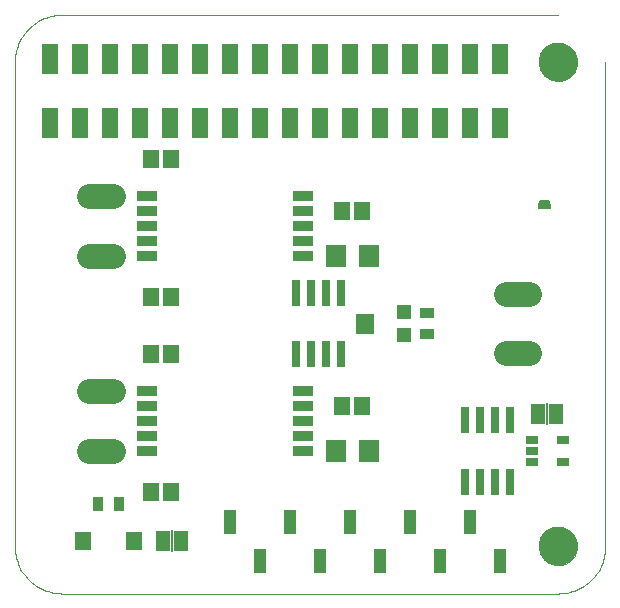
<source format=gts>
G75*
G70*
%OFA0B0*%
%FSLAX24Y24*%
%IPPOS*%
%LPD*%
%AMOC8*
5,1,8,0,0,1.08239X$1,22.5*
%
%ADD10R,0.0540X0.1040*%
%ADD11R,0.0434X0.0827*%
%ADD12C,0.0000*%
%ADD13C,0.1300*%
%ADD14R,0.0430X0.0312*%
%ADD15R,0.0280X0.0910*%
%ADD16R,0.0500X0.0670*%
%ADD17R,0.0060X0.0720*%
%ADD18R,0.0690X0.0327*%
%ADD19R,0.0552X0.0631*%
%ADD20R,0.0540X0.0619*%
%ADD21R,0.0670X0.0749*%
%ADD22R,0.0355X0.0512*%
%ADD23C,0.0820*%
%ADD24R,0.0512X0.0512*%
%ADD25R,0.0631X0.0670*%
%ADD26R,0.0512X0.0355*%
%ADD27C,0.0001*%
D10*
X006607Y016175D03*
X007607Y016175D03*
X008607Y016175D03*
X009607Y016175D03*
X010607Y016175D03*
X011607Y016175D03*
X012607Y016175D03*
X013607Y016175D03*
X014607Y016175D03*
X015607Y016175D03*
X016607Y016175D03*
X017607Y016175D03*
X018607Y016175D03*
X019607Y016175D03*
X020607Y016175D03*
X021607Y016175D03*
X021607Y018325D03*
X020607Y018325D03*
X019607Y018325D03*
X018607Y018325D03*
X017607Y018325D03*
X016607Y018325D03*
X015607Y018325D03*
X014607Y018325D03*
X013607Y018325D03*
X012607Y018325D03*
X011607Y018325D03*
X010607Y018325D03*
X009607Y018325D03*
X008607Y018325D03*
X007607Y018325D03*
X006607Y018325D03*
D11*
X012607Y002900D03*
X014607Y002900D03*
X013607Y001600D03*
X015607Y001600D03*
X017607Y001600D03*
X016607Y002900D03*
X018607Y002900D03*
X020607Y002900D03*
X019607Y001600D03*
X021607Y001600D03*
D12*
X005418Y002075D02*
X005418Y018217D01*
X005420Y018294D01*
X005426Y018371D01*
X005435Y018448D01*
X005448Y018524D01*
X005465Y018600D01*
X005486Y018674D01*
X005510Y018748D01*
X005538Y018820D01*
X005569Y018890D01*
X005604Y018959D01*
X005642Y019027D01*
X005683Y019092D01*
X005728Y019155D01*
X005776Y019216D01*
X005826Y019275D01*
X005879Y019331D01*
X005935Y019384D01*
X005994Y019434D01*
X006055Y019482D01*
X006118Y019527D01*
X006183Y019568D01*
X006251Y019606D01*
X006320Y019641D01*
X006390Y019672D01*
X006462Y019700D01*
X006536Y019724D01*
X006610Y019745D01*
X006686Y019762D01*
X006762Y019775D01*
X006839Y019784D01*
X006916Y019790D01*
X006993Y019792D01*
X006993Y019791D02*
X023528Y019791D01*
X022898Y018217D02*
X022900Y018267D01*
X022906Y018317D01*
X022916Y018366D01*
X022930Y018414D01*
X022947Y018461D01*
X022968Y018506D01*
X022993Y018550D01*
X023021Y018591D01*
X023053Y018630D01*
X023087Y018667D01*
X023124Y018701D01*
X023164Y018731D01*
X023206Y018758D01*
X023250Y018782D01*
X023296Y018803D01*
X023343Y018819D01*
X023391Y018832D01*
X023441Y018841D01*
X023490Y018846D01*
X023541Y018847D01*
X023591Y018844D01*
X023640Y018837D01*
X023689Y018826D01*
X023737Y018811D01*
X023783Y018793D01*
X023828Y018771D01*
X023871Y018745D01*
X023912Y018716D01*
X023951Y018684D01*
X023987Y018649D01*
X024019Y018611D01*
X024049Y018571D01*
X024076Y018528D01*
X024099Y018484D01*
X024118Y018438D01*
X024134Y018390D01*
X024146Y018341D01*
X024154Y018292D01*
X024158Y018242D01*
X024158Y018192D01*
X024154Y018142D01*
X024146Y018093D01*
X024134Y018044D01*
X024118Y017996D01*
X024099Y017950D01*
X024076Y017906D01*
X024049Y017863D01*
X024019Y017823D01*
X023987Y017785D01*
X023951Y017750D01*
X023912Y017718D01*
X023871Y017689D01*
X023828Y017663D01*
X023783Y017641D01*
X023737Y017623D01*
X023689Y017608D01*
X023640Y017597D01*
X023591Y017590D01*
X023541Y017587D01*
X023490Y017588D01*
X023441Y017593D01*
X023391Y017602D01*
X023343Y017615D01*
X023296Y017631D01*
X023250Y017652D01*
X023206Y017676D01*
X023164Y017703D01*
X023124Y017733D01*
X023087Y017767D01*
X023053Y017804D01*
X023021Y017843D01*
X022993Y017884D01*
X022968Y017928D01*
X022947Y017973D01*
X022930Y018020D01*
X022916Y018068D01*
X022906Y018117D01*
X022900Y018167D01*
X022898Y018217D01*
X025103Y018217D02*
X025103Y002075D01*
X022898Y002075D02*
X022900Y002125D01*
X022906Y002175D01*
X022916Y002224D01*
X022930Y002272D01*
X022947Y002319D01*
X022968Y002364D01*
X022993Y002408D01*
X023021Y002449D01*
X023053Y002488D01*
X023087Y002525D01*
X023124Y002559D01*
X023164Y002589D01*
X023206Y002616D01*
X023250Y002640D01*
X023296Y002661D01*
X023343Y002677D01*
X023391Y002690D01*
X023441Y002699D01*
X023490Y002704D01*
X023541Y002705D01*
X023591Y002702D01*
X023640Y002695D01*
X023689Y002684D01*
X023737Y002669D01*
X023783Y002651D01*
X023828Y002629D01*
X023871Y002603D01*
X023912Y002574D01*
X023951Y002542D01*
X023987Y002507D01*
X024019Y002469D01*
X024049Y002429D01*
X024076Y002386D01*
X024099Y002342D01*
X024118Y002296D01*
X024134Y002248D01*
X024146Y002199D01*
X024154Y002150D01*
X024158Y002100D01*
X024158Y002050D01*
X024154Y002000D01*
X024146Y001951D01*
X024134Y001902D01*
X024118Y001854D01*
X024099Y001808D01*
X024076Y001764D01*
X024049Y001721D01*
X024019Y001681D01*
X023987Y001643D01*
X023951Y001608D01*
X023912Y001576D01*
X023871Y001547D01*
X023828Y001521D01*
X023783Y001499D01*
X023737Y001481D01*
X023689Y001466D01*
X023640Y001455D01*
X023591Y001448D01*
X023541Y001445D01*
X023490Y001446D01*
X023441Y001451D01*
X023391Y001460D01*
X023343Y001473D01*
X023296Y001489D01*
X023250Y001510D01*
X023206Y001534D01*
X023164Y001561D01*
X023124Y001591D01*
X023087Y001625D01*
X023053Y001662D01*
X023021Y001701D01*
X022993Y001742D01*
X022968Y001786D01*
X022947Y001831D01*
X022930Y001878D01*
X022916Y001926D01*
X022906Y001975D01*
X022900Y002025D01*
X022898Y002075D01*
X023528Y000500D02*
X023605Y000502D01*
X023682Y000508D01*
X023759Y000517D01*
X023835Y000530D01*
X023911Y000547D01*
X023985Y000568D01*
X024059Y000592D01*
X024131Y000620D01*
X024201Y000651D01*
X024270Y000686D01*
X024338Y000724D01*
X024403Y000765D01*
X024466Y000810D01*
X024527Y000858D01*
X024586Y000908D01*
X024642Y000961D01*
X024695Y001017D01*
X024745Y001076D01*
X024793Y001137D01*
X024838Y001200D01*
X024879Y001265D01*
X024917Y001333D01*
X024952Y001402D01*
X024983Y001472D01*
X025011Y001544D01*
X025035Y001618D01*
X025056Y001692D01*
X025073Y001768D01*
X025086Y001844D01*
X025095Y001921D01*
X025101Y001998D01*
X025103Y002075D01*
X023528Y000500D02*
X006993Y000500D01*
X006916Y000502D01*
X006839Y000508D01*
X006762Y000517D01*
X006686Y000530D01*
X006610Y000547D01*
X006536Y000568D01*
X006462Y000592D01*
X006390Y000620D01*
X006320Y000651D01*
X006251Y000686D01*
X006183Y000724D01*
X006118Y000765D01*
X006055Y000810D01*
X005994Y000858D01*
X005935Y000908D01*
X005879Y000961D01*
X005826Y001017D01*
X005776Y001076D01*
X005728Y001137D01*
X005683Y001200D01*
X005642Y001265D01*
X005604Y001333D01*
X005569Y001402D01*
X005538Y001472D01*
X005510Y001544D01*
X005486Y001618D01*
X005465Y001692D01*
X005448Y001768D01*
X005435Y001844D01*
X005426Y001921D01*
X005420Y001998D01*
X005418Y002075D01*
X022880Y013352D02*
X023238Y013352D01*
X023246Y013376D01*
X023258Y013404D01*
X023269Y013427D01*
X023258Y013455D01*
X023250Y013482D01*
X023238Y013510D01*
X023230Y013537D01*
X023218Y013569D01*
X023206Y013596D01*
X023199Y013624D01*
X022947Y013624D01*
X022915Y013624D01*
X022907Y013596D01*
X022895Y013569D01*
X022888Y013537D01*
X022876Y013510D01*
X022864Y013482D01*
X022856Y013455D01*
X022844Y013427D01*
X022856Y013404D01*
X022868Y013376D01*
X022880Y013352D01*
D13*
X023528Y018217D03*
X023528Y002075D03*
D14*
X023680Y004876D03*
X023680Y005624D03*
X022660Y005624D03*
X022660Y005250D03*
X022660Y004876D03*
D15*
X021918Y004220D03*
X021418Y004220D03*
X020918Y004220D03*
X020418Y004220D03*
X020418Y006280D03*
X020918Y006280D03*
X021418Y006280D03*
X021918Y006280D03*
X016293Y008470D03*
X015793Y008470D03*
X015293Y008470D03*
X014793Y008470D03*
X014793Y010530D03*
X015293Y010530D03*
X015793Y010530D03*
X016293Y010530D03*
D16*
X022868Y006500D03*
X023468Y006500D03*
X010968Y002250D03*
X010368Y002250D03*
D17*
X010668Y002250D03*
X023168Y006500D03*
D18*
X015026Y006250D03*
X015026Y005750D03*
X015026Y005250D03*
X015026Y006750D03*
X015026Y007250D03*
X009810Y007250D03*
X009810Y006750D03*
X009810Y006250D03*
X009810Y005750D03*
X009810Y005250D03*
X009810Y011750D03*
X009810Y012250D03*
X009810Y012750D03*
X009810Y013250D03*
X009810Y013750D03*
X015026Y013750D03*
X015026Y013250D03*
X015026Y012750D03*
X015026Y012250D03*
X015026Y011750D03*
D19*
X016333Y013250D03*
X017003Y013250D03*
X010628Y015000D03*
X009958Y015000D03*
X009958Y010375D03*
X010628Y010375D03*
X010628Y008500D03*
X009958Y008500D03*
X016333Y006750D03*
X017003Y006750D03*
X010628Y003875D03*
X009958Y003875D03*
D20*
X009390Y002250D03*
X007697Y002250D03*
D21*
X016117Y005250D03*
X017219Y005250D03*
X017219Y011750D03*
X016117Y011750D03*
D22*
X008897Y003500D03*
X008189Y003500D03*
D23*
X007903Y005260D02*
X008683Y005260D01*
X008683Y007240D02*
X007903Y007240D01*
X007903Y011760D02*
X008683Y011760D01*
X008683Y013740D02*
X007903Y013740D01*
X021778Y010490D02*
X022558Y010490D01*
X022558Y008510D02*
X021778Y008510D01*
D24*
X018377Y009106D03*
X018377Y009894D03*
D25*
X017097Y009500D03*
D26*
X019168Y009146D03*
X019168Y009854D03*
D27*
X022879Y013353D02*
X023238Y013353D01*
X023239Y013354D02*
X022879Y013354D01*
X022878Y013355D02*
X023239Y013355D01*
X023239Y013356D02*
X022878Y013356D01*
X022877Y013357D02*
X023240Y013357D01*
X023240Y013358D02*
X022877Y013358D01*
X022876Y013359D02*
X023240Y013359D01*
X023241Y013360D02*
X022876Y013360D01*
X022875Y013361D02*
X023241Y013361D01*
X023241Y013362D02*
X022875Y013362D01*
X022874Y013363D02*
X023242Y013363D01*
X023242Y013364D02*
X022874Y013364D01*
X022873Y013365D02*
X023242Y013365D01*
X023243Y013366D02*
X022873Y013366D01*
X022872Y013367D02*
X023243Y013367D01*
X023243Y013368D02*
X022872Y013368D01*
X022871Y013369D02*
X023244Y013369D01*
X023244Y013370D02*
X022871Y013370D01*
X022870Y013371D02*
X023244Y013371D01*
X023245Y013372D02*
X022870Y013372D01*
X022869Y013373D02*
X023245Y013373D01*
X023245Y013374D02*
X022869Y013374D01*
X022868Y013375D02*
X023246Y013375D01*
X023246Y013376D02*
X022868Y013376D01*
X022867Y013377D02*
X023246Y013377D01*
X023247Y013378D02*
X022867Y013378D01*
X022866Y013379D02*
X023247Y013379D01*
X023248Y013380D02*
X022866Y013380D01*
X022866Y013381D02*
X023248Y013381D01*
X023249Y013382D02*
X022865Y013382D01*
X022865Y013383D02*
X023249Y013383D01*
X023249Y013384D02*
X022864Y013384D01*
X022864Y013385D02*
X023250Y013385D01*
X023250Y013386D02*
X022863Y013386D01*
X022863Y013387D02*
X023251Y013387D01*
X023251Y013388D02*
X022863Y013388D01*
X022862Y013389D02*
X023252Y013389D01*
X023252Y013390D02*
X022862Y013390D01*
X022861Y013391D02*
X023252Y013391D01*
X023253Y013392D02*
X022861Y013392D01*
X022860Y013393D02*
X023253Y013393D01*
X023254Y013394D02*
X022860Y013394D01*
X022860Y013395D02*
X023254Y013395D01*
X023255Y013396D02*
X022859Y013396D01*
X022859Y013397D02*
X023255Y013397D01*
X023255Y013398D02*
X022858Y013398D01*
X022858Y013399D02*
X023256Y013399D01*
X023256Y013400D02*
X022857Y013400D01*
X022857Y013401D02*
X023257Y013401D01*
X023257Y013402D02*
X022857Y013402D01*
X022856Y013403D02*
X023258Y013403D01*
X023258Y013404D02*
X022856Y013404D01*
X022855Y013405D02*
X023259Y013405D01*
X023259Y013406D02*
X022855Y013406D01*
X022854Y013407D02*
X023260Y013407D01*
X023260Y013408D02*
X022854Y013408D01*
X022853Y013409D02*
X023261Y013409D01*
X023261Y013410D02*
X022853Y013410D01*
X022852Y013411D02*
X023262Y013411D01*
X023262Y013412D02*
X022852Y013412D01*
X022851Y013413D02*
X023263Y013413D01*
X023263Y013414D02*
X022851Y013414D01*
X022850Y013415D02*
X023264Y013415D01*
X023264Y013416D02*
X022850Y013416D01*
X022849Y013417D02*
X023265Y013417D01*
X023265Y013418D02*
X022849Y013418D01*
X022848Y013419D02*
X023266Y013419D01*
X023266Y013420D02*
X022848Y013420D01*
X022847Y013421D02*
X023267Y013421D01*
X023267Y013422D02*
X022847Y013422D01*
X022846Y013423D02*
X023268Y013423D01*
X023268Y013424D02*
X022846Y013424D01*
X022845Y013425D02*
X023269Y013425D01*
X023269Y013426D02*
X022845Y013426D01*
X022844Y013427D02*
X023269Y013427D01*
X023269Y013428D02*
X022845Y013428D01*
X022845Y013429D02*
X023269Y013429D01*
X023268Y013430D02*
X022846Y013430D01*
X022846Y013431D02*
X023268Y013431D01*
X023267Y013432D02*
X022846Y013432D01*
X022847Y013433D02*
X023267Y013433D01*
X023266Y013434D02*
X022847Y013434D01*
X022848Y013435D02*
X023266Y013435D01*
X023266Y013436D02*
X022848Y013436D01*
X022849Y013437D02*
X023265Y013437D01*
X023265Y013438D02*
X022849Y013438D01*
X022849Y013439D02*
X023264Y013439D01*
X023264Y013440D02*
X022850Y013440D01*
X022850Y013441D02*
X023263Y013441D01*
X023263Y013442D02*
X022851Y013442D01*
X022851Y013443D02*
X023263Y013443D01*
X023262Y013444D02*
X022852Y013444D01*
X022852Y013445D02*
X023262Y013445D01*
X023261Y013446D02*
X022852Y013446D01*
X022853Y013447D02*
X023261Y013447D01*
X023260Y013448D02*
X022853Y013448D01*
X022854Y013449D02*
X023260Y013449D01*
X023260Y013450D02*
X022854Y013450D01*
X022855Y013451D02*
X023259Y013451D01*
X023259Y013452D02*
X022855Y013452D01*
X022855Y013453D02*
X023258Y013453D01*
X023258Y013454D02*
X022856Y013454D01*
X022856Y013455D02*
X023258Y013455D01*
X023257Y013456D02*
X022857Y013456D01*
X022857Y013457D02*
X023257Y013457D01*
X023257Y013458D02*
X022857Y013458D01*
X022857Y013459D02*
X023256Y013459D01*
X023256Y013460D02*
X022858Y013460D01*
X022858Y013461D02*
X023256Y013461D01*
X023256Y013462D02*
X022858Y013462D01*
X022859Y013463D02*
X023255Y013463D01*
X023255Y013464D02*
X022859Y013464D01*
X022859Y013465D02*
X023255Y013465D01*
X023254Y013466D02*
X022859Y013466D01*
X022860Y013467D02*
X023254Y013467D01*
X023254Y013468D02*
X022860Y013468D01*
X022860Y013469D02*
X023254Y013469D01*
X023253Y013470D02*
X022861Y013470D01*
X022861Y013471D02*
X023253Y013471D01*
X023253Y013472D02*
X022861Y013472D01*
X022861Y013473D02*
X023252Y013473D01*
X023252Y013474D02*
X022862Y013474D01*
X022862Y013475D02*
X023252Y013475D01*
X023252Y013476D02*
X022862Y013476D01*
X022863Y013477D02*
X023251Y013477D01*
X023251Y013478D02*
X022863Y013478D01*
X022863Y013479D02*
X023251Y013479D01*
X023250Y013480D02*
X022863Y013480D01*
X022864Y013481D02*
X023250Y013481D01*
X023250Y013482D02*
X022864Y013482D01*
X022864Y013483D02*
X023249Y013483D01*
X023249Y013484D02*
X022865Y013484D01*
X022865Y013485D02*
X023249Y013485D01*
X023248Y013486D02*
X022866Y013486D01*
X022866Y013487D02*
X023248Y013487D01*
X023247Y013488D02*
X022867Y013488D01*
X022867Y013489D02*
X023247Y013489D01*
X023246Y013490D02*
X022867Y013490D01*
X022868Y013491D02*
X023246Y013491D01*
X023246Y013492D02*
X022868Y013492D01*
X022869Y013493D02*
X023245Y013493D01*
X023245Y013494D02*
X022869Y013494D01*
X022870Y013495D02*
X023244Y013495D01*
X023244Y013496D02*
X022870Y013496D01*
X022870Y013497D02*
X023243Y013497D01*
X023243Y013498D02*
X022871Y013498D01*
X022871Y013499D02*
X023243Y013499D01*
X023242Y013500D02*
X022872Y013500D01*
X022872Y013501D02*
X023242Y013501D01*
X023241Y013502D02*
X022873Y013502D01*
X022873Y013503D02*
X023241Y013503D01*
X023240Y013504D02*
X022873Y013504D01*
X022874Y013505D02*
X023240Y013505D01*
X023240Y013506D02*
X022874Y013506D01*
X022875Y013507D02*
X023239Y013507D01*
X023239Y013508D02*
X022875Y013508D01*
X022876Y013509D02*
X023238Y013509D01*
X023238Y013510D02*
X022876Y013510D01*
X022876Y013511D02*
X023238Y013511D01*
X023237Y013512D02*
X022877Y013512D01*
X022877Y013513D02*
X023237Y013513D01*
X023237Y013514D02*
X022878Y013514D01*
X022878Y013515D02*
X023236Y013515D01*
X023236Y013516D02*
X022879Y013516D01*
X022879Y013517D02*
X023236Y013517D01*
X023236Y013518D02*
X022879Y013518D01*
X022880Y013519D02*
X023235Y013519D01*
X023235Y013520D02*
X022880Y013520D01*
X022881Y013521D02*
X023235Y013521D01*
X023234Y013522D02*
X022881Y013522D01*
X022881Y013523D02*
X023234Y013523D01*
X023234Y013524D02*
X022882Y013524D01*
X022882Y013525D02*
X023234Y013525D01*
X023233Y013526D02*
X022883Y013526D01*
X022883Y013527D02*
X023233Y013527D01*
X023233Y013528D02*
X022884Y013528D01*
X022884Y013529D02*
X023232Y013529D01*
X023232Y013530D02*
X022884Y013530D01*
X022885Y013531D02*
X023232Y013531D01*
X023232Y013532D02*
X022885Y013532D01*
X022886Y013533D02*
X023231Y013533D01*
X023231Y013534D02*
X022886Y013534D01*
X022887Y013535D02*
X023231Y013535D01*
X023230Y013536D02*
X022887Y013536D01*
X022887Y013537D02*
X023230Y013537D01*
X023230Y013538D02*
X022888Y013538D01*
X022888Y013539D02*
X023229Y013539D01*
X023229Y013540D02*
X022888Y013540D01*
X022889Y013541D02*
X023229Y013541D01*
X023228Y013542D02*
X022889Y013542D01*
X022889Y013543D02*
X023228Y013543D01*
X023228Y013544D02*
X022889Y013544D01*
X022890Y013545D02*
X023227Y013545D01*
X023227Y013546D02*
X022890Y013546D01*
X022890Y013547D02*
X023226Y013547D01*
X023226Y013548D02*
X022890Y013548D01*
X022891Y013549D02*
X023226Y013549D01*
X023225Y013550D02*
X022891Y013550D01*
X022891Y013551D02*
X023225Y013551D01*
X023225Y013552D02*
X022891Y013552D01*
X022892Y013553D02*
X023224Y013553D01*
X023224Y013554D02*
X022892Y013554D01*
X022892Y013555D02*
X023223Y013555D01*
X023223Y013556D02*
X022892Y013556D01*
X022893Y013557D02*
X023223Y013557D01*
X023222Y013558D02*
X022893Y013558D01*
X022893Y013559D02*
X023222Y013559D01*
X023222Y013560D02*
X022893Y013560D01*
X022894Y013561D02*
X023221Y013561D01*
X023221Y013562D02*
X022894Y013562D01*
X022894Y013563D02*
X023220Y013563D01*
X023220Y013564D02*
X022894Y013564D01*
X022895Y013565D02*
X023220Y013565D01*
X023219Y013566D02*
X022895Y013566D01*
X022895Y013567D02*
X023219Y013567D01*
X023219Y013568D02*
X022895Y013568D01*
X022896Y013569D02*
X023218Y013569D01*
X023218Y013570D02*
X022896Y013570D01*
X022896Y013571D02*
X023217Y013571D01*
X023217Y013572D02*
X022897Y013572D01*
X022897Y013573D02*
X023216Y013573D01*
X023216Y013574D02*
X022898Y013574D01*
X022898Y013575D02*
X023216Y013575D01*
X023215Y013576D02*
X022899Y013576D01*
X022899Y013577D02*
X023215Y013577D01*
X023214Y013578D02*
X022899Y013578D01*
X022900Y013579D02*
X023214Y013579D01*
X023214Y013580D02*
X022900Y013580D01*
X022901Y013581D02*
X023213Y013581D01*
X023213Y013582D02*
X022901Y013582D01*
X022902Y013583D02*
X023212Y013583D01*
X023212Y013584D02*
X022902Y013584D01*
X022902Y013585D02*
X023211Y013585D01*
X023211Y013586D02*
X022903Y013586D01*
X022903Y013587D02*
X023211Y013587D01*
X023210Y013588D02*
X022904Y013588D01*
X022904Y013589D02*
X023210Y013589D01*
X023209Y013590D02*
X022905Y013590D01*
X022905Y013591D02*
X023209Y013591D01*
X023208Y013592D02*
X022905Y013592D01*
X022906Y013593D02*
X023208Y013593D01*
X023208Y013594D02*
X022906Y013594D01*
X022907Y013595D02*
X023207Y013595D01*
X023207Y013596D02*
X022907Y013596D01*
X022907Y013597D02*
X023206Y013597D01*
X023206Y013598D02*
X022908Y013598D01*
X022908Y013599D02*
X023206Y013599D01*
X023205Y013600D02*
X022908Y013600D01*
X022909Y013601D02*
X023205Y013601D01*
X023205Y013602D02*
X022909Y013602D01*
X022909Y013603D02*
X023205Y013603D01*
X023204Y013604D02*
X022909Y013604D01*
X022910Y013605D02*
X023204Y013605D01*
X023204Y013606D02*
X022910Y013606D01*
X022910Y013607D02*
X023203Y013607D01*
X023203Y013608D02*
X022911Y013608D01*
X022911Y013609D02*
X023203Y013609D01*
X023203Y013610D02*
X022911Y013610D01*
X022911Y013611D02*
X023202Y013611D01*
X023202Y013612D02*
X022912Y013612D01*
X022912Y013613D02*
X023202Y013613D01*
X023201Y013614D02*
X022912Y013614D01*
X022913Y013615D02*
X023201Y013615D01*
X023201Y013616D02*
X022913Y013616D01*
X022913Y013617D02*
X023201Y013617D01*
X023200Y013618D02*
X022913Y013618D01*
X022914Y013619D02*
X023200Y013619D01*
X023200Y013620D02*
X022914Y013620D01*
X022914Y013621D02*
X023199Y013621D01*
X023199Y013622D02*
X022915Y013622D01*
X022915Y013623D02*
X023199Y013623D01*
M02*

</source>
